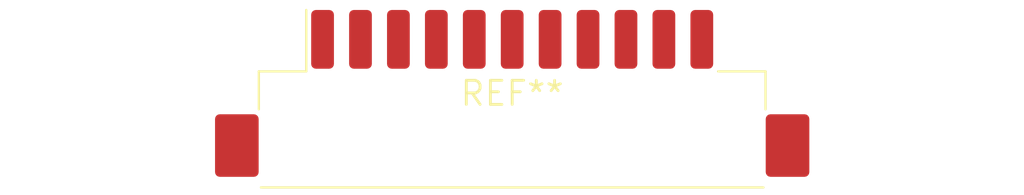
<source format=kicad_pcb>
(kicad_pcb (version 20240108) (generator pcbnew)
  (layers (0 "F.Cu" signal) (31 "B.Cu" signal) (34 "B.Paste" user) (35 "F.Paste" user) (36 "B.SilkS" user "B.Silkscreen") (37 "F.SilkS" user "F.Silkscreen") (38 "B.Mask" user) (39 "F.Mask" user) (44 "Edge.Cuts" user))
  (net 0 "")
  (footprint "Hirose_DF3EA-11P-2H_1x11-1MP_P2.00mm_Horizontal" (layer "F.Cu") (at 0 0)
    (property "Reference" "REF**")
    (property "Value" "Hirose_DF3EA-11P-2H_1x11-1MP_P2.00mm_Horizontal")
    (fp_line (start -13.36 -1.16) (end -10.86 -1.16) (layer "F.SilkS") (stroke (width 0.12)))
    (fp_line (start -13.36 0.84) (end -13.36 -1.16) (layer "F.SilkS") (stroke (width 0.12)))
    (fp_line (start -13.25 4.96) (end 13.25 4.96) (layer "F.SilkS") (stroke (width 0.12)))
    (fp_line (start -10.86 -1.16) (end -10.86 -4.4) (layer "F.SilkS") (stroke (width 0.12)))
    (fp_line (start 13.36 -1.16) (end 10.86 -1.16) (layer "F.SilkS") (stroke (width 0.12)))
    (fp_line (start 13.36 0.84) (end 13.36 -1.16) (layer "F.SilkS") (stroke (width 0.12)))
    (pad "1" smd roundrect (at -10 -2.85) (size 1.2 3.1) (layers "F.Cu" "F.Paste" "F.Mask") (roundrect_rratio 0.208333))
    (pad "2" smd roundrect (at -8 -2.85) (size 1.2 3.1) (layers "F.Cu" "F.Paste" "F.Mask") (roundrect_rratio 0.208333))
    (pad "3" smd roundrect (at -6 -2.85) (size 1.2 3.1) (layers "F.Cu" "F.Paste" "F.Mask") (roundrect_rratio 0.208333))
    (pad "4" smd roundrect (at -4 -2.85) (size 1.2 3.1) (layers "F.Cu" "F.Paste" "F.Mask") (roundrect_rratio 0.208333))
    (pad "5" smd roundrect (at -2 -2.85) (size 1.2 3.1) (layers "F.Cu" "F.Paste" "F.Mask") (roundrect_rratio 0.208333))
    (pad "6" smd roundrect (at 0 -2.85) (size 1.2 3.1) (layers "F.Cu" "F.Paste" "F.Mask") (roundrect_rratio 0.208333))
    (pad "7" smd roundrect (at 2 -2.85) (size 1.2 3.1) (layers "F.Cu" "F.Paste" "F.Mask") (roundrect_rratio 0.208333))
    (pad "8" smd roundrect (at 4 -2.85) (size 1.2 3.1) (layers "F.Cu" "F.Paste" "F.Mask") (roundrect_rratio 0.208333))
    (pad "9" smd roundrect (at 6 -2.85) (size 1.2 3.1) (layers "F.Cu" "F.Paste" "F.Mask") (roundrect_rratio 0.208333))
    (pad "10" smd roundrect (at 8 -2.85) (size 1.2 3.1) (layers "F.Cu" "F.Paste" "F.Mask") (roundrect_rratio 0.208333))
    (pad "11" smd roundrect (at 10 -2.85) (size 1.2 3.1) (layers "F.Cu" "F.Paste" "F.Mask") (roundrect_rratio 0.208333))
    (pad "MP" smd roundrect (at -14.52 2.75) (size 2.3 3.3) (layers "F.Cu" "F.Paste" "F.Mask") (roundrect_rratio 0.108696))
    (pad "MP" smd roundrect (at 14.52 2.75) (size 2.3 3.3) (layers "F.Cu" "F.Paste" "F.Mask") (roundrect_rratio 0.108696))
  )
)
</source>
